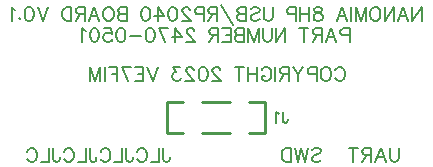
<source format=gbo>
G04 Layer: BottomSilkscreenLayer*
G04 EasyEDA v6.5.29, 2023-07-19 21:57:34*
G04 a2853ea9601d4119b13b16b9b4b396c2,5a6b42c53f6a479593ecc07194224c93,10*
G04 Gerber Generator version 0.2*
G04 Scale: 100 percent, Rotated: No, Reflected: No *
G04 Dimensions in millimeters *
G04 leading zeros omitted , absolute positions ,4 integer and 5 decimal *
%FSLAX45Y45*%
%MOMM*%

%ADD10C,0.2032*%
%ADD11C,0.1524*%
%ADD12C,0.2540*%

%LPD*%
D10*
X3042381Y1744817D02*
G01*
X3047837Y1755726D01*
X3058746Y1766636D01*
X3069653Y1772089D01*
X3091472Y1772089D01*
X3102381Y1766636D01*
X3113290Y1755726D01*
X3118746Y1744817D01*
X3124200Y1728454D01*
X3124200Y1701182D01*
X3118746Y1684817D01*
X3113290Y1673908D01*
X3102381Y1662998D01*
X3091472Y1657545D01*
X3069653Y1657545D01*
X3058746Y1662998D01*
X3047837Y1673908D01*
X3042381Y1684817D01*
X2973654Y1772089D02*
G01*
X2984563Y1766636D01*
X2995472Y1755726D01*
X3000928Y1744817D01*
X3006382Y1728454D01*
X3006382Y1701182D01*
X3000928Y1684817D01*
X2995472Y1673908D01*
X2984563Y1662998D01*
X2973654Y1657545D01*
X2951835Y1657545D01*
X2940928Y1662998D01*
X2930019Y1673908D01*
X2924563Y1684817D01*
X2919110Y1701182D01*
X2919110Y1728454D01*
X2924563Y1744817D01*
X2930019Y1755726D01*
X2940928Y1766636D01*
X2951835Y1772089D01*
X2973654Y1772089D01*
X2883110Y1772089D02*
G01*
X2883110Y1657545D01*
X2883110Y1772089D02*
G01*
X2834017Y1772089D01*
X2817655Y1766636D01*
X2812201Y1761182D01*
X2806745Y1750273D01*
X2806745Y1733908D01*
X2812201Y1722998D01*
X2817655Y1717545D01*
X2834017Y1712089D01*
X2883110Y1712089D01*
X2770746Y1772089D02*
G01*
X2727109Y1717545D01*
X2727109Y1657545D01*
X2683474Y1772089D02*
G01*
X2727109Y1717545D01*
X2647472Y1772089D02*
G01*
X2647472Y1657545D01*
X2647472Y1772089D02*
G01*
X2598381Y1772089D01*
X2582019Y1766636D01*
X2576565Y1761182D01*
X2571109Y1750273D01*
X2571109Y1739364D01*
X2576565Y1728454D01*
X2582019Y1722998D01*
X2598381Y1717545D01*
X2647472Y1717545D01*
X2609291Y1717545D02*
G01*
X2571109Y1657545D01*
X2535110Y1772089D02*
G01*
X2535110Y1657545D01*
X2417292Y1744817D02*
G01*
X2422745Y1755726D01*
X2433655Y1766636D01*
X2444564Y1772089D01*
X2466383Y1772089D01*
X2477292Y1766636D01*
X2488201Y1755726D01*
X2493655Y1744817D01*
X2499111Y1728454D01*
X2499111Y1701182D01*
X2493655Y1684817D01*
X2488201Y1673908D01*
X2477292Y1662998D01*
X2466383Y1657545D01*
X2444564Y1657545D01*
X2433655Y1662998D01*
X2422745Y1673908D01*
X2417292Y1684817D01*
X2417292Y1701182D01*
X2444564Y1701182D02*
G01*
X2417292Y1701182D01*
X2381293Y1772089D02*
G01*
X2381293Y1657545D01*
X2304928Y1772089D02*
G01*
X2304928Y1657545D01*
X2381293Y1717545D02*
G01*
X2304928Y1717545D01*
X2230747Y1772089D02*
G01*
X2230747Y1657545D01*
X2268928Y1772089D02*
G01*
X2192566Y1772089D01*
X2067110Y1744817D02*
G01*
X2067110Y1750273D01*
X2061657Y1761182D01*
X2056201Y1766636D01*
X2045291Y1772089D01*
X2023475Y1772089D01*
X2012566Y1766636D01*
X2007110Y1761182D01*
X2001657Y1750273D01*
X2001657Y1739364D01*
X2007110Y1728454D01*
X2018019Y1712089D01*
X2072566Y1657545D01*
X1996201Y1657545D01*
X1927473Y1772089D02*
G01*
X1943839Y1766636D01*
X1954748Y1750273D01*
X1960201Y1722998D01*
X1960201Y1706636D01*
X1954748Y1679364D01*
X1943839Y1662998D01*
X1927473Y1657545D01*
X1916567Y1657545D01*
X1900201Y1662998D01*
X1889292Y1679364D01*
X1883839Y1706636D01*
X1883839Y1722998D01*
X1889292Y1750273D01*
X1900201Y1766636D01*
X1916567Y1772089D01*
X1927473Y1772089D01*
X1842383Y1744817D02*
G01*
X1842383Y1750273D01*
X1836930Y1761182D01*
X1831474Y1766636D01*
X1820565Y1772089D01*
X1798749Y1772089D01*
X1787839Y1766636D01*
X1782384Y1761182D01*
X1776930Y1750273D01*
X1776930Y1739364D01*
X1782384Y1728454D01*
X1793293Y1712089D01*
X1847839Y1657545D01*
X1771474Y1657545D01*
X1724566Y1772089D02*
G01*
X1664566Y1772089D01*
X1697294Y1728454D01*
X1680931Y1728454D01*
X1670022Y1722998D01*
X1664566Y1717545D01*
X1659112Y1701182D01*
X1659112Y1690273D01*
X1664566Y1673908D01*
X1675475Y1662998D01*
X1691838Y1657545D01*
X1708203Y1657545D01*
X1724566Y1662998D01*
X1730021Y1668454D01*
X1735475Y1679364D01*
X1539113Y1772089D02*
G01*
X1495475Y1657545D01*
X1451838Y1772089D02*
G01*
X1495475Y1657545D01*
X1415839Y1772089D02*
G01*
X1415839Y1657545D01*
X1415839Y1772089D02*
G01*
X1344929Y1772089D01*
X1415839Y1717545D02*
G01*
X1372204Y1717545D01*
X1415839Y1657545D02*
G01*
X1344929Y1657545D01*
X1232568Y1772089D02*
G01*
X1287111Y1657545D01*
X1308930Y1772089D02*
G01*
X1232568Y1772089D01*
X1196568Y1772089D02*
G01*
X1196568Y1657545D01*
X1196568Y1772089D02*
G01*
X1125659Y1772089D01*
X1196568Y1717545D02*
G01*
X1152931Y1717545D01*
X1089657Y1772089D02*
G01*
X1089657Y1657545D01*
X1053658Y1772089D02*
G01*
X1053658Y1657545D01*
X1053658Y1772089D02*
G01*
X1010023Y1657545D01*
X966386Y1772089D02*
G01*
X1010023Y1657545D01*
X966386Y1772089D02*
G01*
X966386Y1657545D01*
X1583690Y1086357D02*
G01*
X1583690Y998981D01*
X1589277Y982726D01*
X1594611Y977137D01*
X1605534Y971804D01*
X1616456Y971804D01*
X1627377Y977137D01*
X1632965Y982726D01*
X1638300Y998981D01*
X1638300Y1009904D01*
X1547875Y1086357D02*
G01*
X1547875Y971804D01*
X1547875Y971804D02*
G01*
X1482343Y971804D01*
X1364488Y1058926D02*
G01*
X1369822Y1069847D01*
X1380743Y1080770D01*
X1391665Y1086357D01*
X1413509Y1086357D01*
X1424431Y1080770D01*
X1435354Y1069847D01*
X1440941Y1058926D01*
X1446275Y1042670D01*
X1446275Y1015492D01*
X1440941Y998981D01*
X1435354Y988060D01*
X1424431Y977137D01*
X1413509Y971804D01*
X1391665Y971804D01*
X1380743Y977137D01*
X1369822Y988060D01*
X1364488Y998981D01*
X1274063Y1086357D02*
G01*
X1274063Y998981D01*
X1279397Y982726D01*
X1284731Y977137D01*
X1295654Y971804D01*
X1306575Y971804D01*
X1317497Y977137D01*
X1323086Y982726D01*
X1328420Y998981D01*
X1328420Y1009904D01*
X1237995Y1086357D02*
G01*
X1237995Y971804D01*
X1237995Y971804D02*
G01*
X1172463Y971804D01*
X1054608Y1058926D02*
G01*
X1060195Y1069847D01*
X1071118Y1080770D01*
X1082040Y1086357D01*
X1103629Y1086357D01*
X1114552Y1080770D01*
X1125474Y1069847D01*
X1131061Y1058926D01*
X1136395Y1042670D01*
X1136395Y1015492D01*
X1131061Y998981D01*
X1125474Y988060D01*
X1114552Y977137D01*
X1103629Y971804D01*
X1082040Y971804D01*
X1071118Y977137D01*
X1060195Y988060D01*
X1054608Y998981D01*
X964184Y1086357D02*
G01*
X964184Y998981D01*
X969518Y982726D01*
X975106Y977137D01*
X986027Y971804D01*
X996950Y971804D01*
X1007872Y977137D01*
X1013206Y982726D01*
X1018540Y998981D01*
X1018540Y1009904D01*
X928115Y1086357D02*
G01*
X928115Y971804D01*
X928115Y971804D02*
G01*
X862584Y971804D01*
X744727Y1058926D02*
G01*
X750315Y1069847D01*
X761238Y1080770D01*
X772159Y1086357D01*
X794004Y1086357D01*
X804925Y1080770D01*
X815847Y1069847D01*
X821181Y1058926D01*
X826770Y1042670D01*
X826770Y1015492D01*
X821181Y998981D01*
X815847Y988060D01*
X804925Y977137D01*
X794004Y971804D01*
X772159Y971804D01*
X761238Y977137D01*
X750315Y988060D01*
X744727Y998981D01*
X654304Y1086357D02*
G01*
X654304Y998981D01*
X659637Y982726D01*
X665225Y977137D01*
X676147Y971804D01*
X687070Y971804D01*
X697991Y977137D01*
X703325Y982726D01*
X708913Y998981D01*
X708913Y1009904D01*
X618236Y1086357D02*
G01*
X618236Y971804D01*
X618236Y971804D02*
G01*
X552957Y971804D01*
X435102Y1058926D02*
G01*
X440436Y1069847D01*
X451357Y1080770D01*
X462279Y1086357D01*
X484123Y1086357D01*
X495045Y1080770D01*
X505968Y1069847D01*
X511302Y1058926D01*
X516889Y1042670D01*
X516889Y1015492D01*
X511302Y998981D01*
X505968Y988060D01*
X495045Y977137D01*
X484123Y971804D01*
X462279Y971804D01*
X451357Y977137D01*
X440436Y988060D01*
X435102Y998981D01*
X3771900Y2280089D02*
G01*
X3771900Y2165545D01*
X3771900Y2280089D02*
G01*
X3695537Y2165545D01*
X3695537Y2280089D02*
G01*
X3695537Y2165545D01*
X3615900Y2280089D02*
G01*
X3659535Y2165545D01*
X3615900Y2280089D02*
G01*
X3572263Y2165545D01*
X3643172Y2203726D02*
G01*
X3588628Y2203726D01*
X3536264Y2280089D02*
G01*
X3536264Y2165545D01*
X3536264Y2280089D02*
G01*
X3459901Y2165545D01*
X3459901Y2280089D02*
G01*
X3459901Y2165545D01*
X3391174Y2280089D02*
G01*
X3402083Y2274636D01*
X3412990Y2263726D01*
X3418446Y2252817D01*
X3423899Y2236454D01*
X3423899Y2209182D01*
X3418446Y2192817D01*
X3412990Y2181908D01*
X3402083Y2170998D01*
X3391174Y2165545D01*
X3369355Y2165545D01*
X3358446Y2170998D01*
X3347537Y2181908D01*
X3342083Y2192817D01*
X3336627Y2209182D01*
X3336627Y2236454D01*
X3342083Y2252817D01*
X3347537Y2263726D01*
X3358446Y2274636D01*
X3369355Y2280089D01*
X3391174Y2280089D01*
X3300628Y2280089D02*
G01*
X3300628Y2165545D01*
X3300628Y2280089D02*
G01*
X3256991Y2165545D01*
X3213356Y2280089D02*
G01*
X3256991Y2165545D01*
X3213356Y2280089D02*
G01*
X3213356Y2165545D01*
X3177354Y2280089D02*
G01*
X3177354Y2165545D01*
X3097720Y2280089D02*
G01*
X3141355Y2165545D01*
X3097720Y2280089D02*
G01*
X3054083Y2165545D01*
X3124992Y2203726D02*
G01*
X3070445Y2203726D01*
X2906811Y2280089D02*
G01*
X2923174Y2274636D01*
X2928630Y2263726D01*
X2928630Y2252817D01*
X2923174Y2241908D01*
X2912264Y2236454D01*
X2890446Y2230998D01*
X2874083Y2225545D01*
X2863174Y2214636D01*
X2857720Y2203726D01*
X2857720Y2187364D01*
X2863174Y2176454D01*
X2868630Y2170998D01*
X2884992Y2165545D01*
X2906811Y2165545D01*
X2923174Y2170998D01*
X2928630Y2176454D01*
X2934083Y2187364D01*
X2934083Y2203726D01*
X2928630Y2214636D01*
X2917720Y2225545D01*
X2901355Y2230998D01*
X2879537Y2236454D01*
X2868630Y2241908D01*
X2863174Y2252817D01*
X2863174Y2263726D01*
X2868630Y2274636D01*
X2884992Y2280089D01*
X2906811Y2280089D01*
X2821719Y2280089D02*
G01*
X2821719Y2165545D01*
X2745356Y2280089D02*
G01*
X2745356Y2165545D01*
X2821719Y2225545D02*
G01*
X2745356Y2225545D01*
X2709357Y2280089D02*
G01*
X2709357Y2165545D01*
X2709357Y2280089D02*
G01*
X2660266Y2280089D01*
X2643901Y2274636D01*
X2638447Y2269182D01*
X2632991Y2258273D01*
X2632991Y2241908D01*
X2638447Y2230998D01*
X2643901Y2225545D01*
X2660266Y2220089D01*
X2709357Y2220089D01*
X2512992Y2280089D02*
G01*
X2512992Y2198273D01*
X2507538Y2181908D01*
X2496629Y2170998D01*
X2480266Y2165545D01*
X2469357Y2165545D01*
X2452992Y2170998D01*
X2442085Y2181908D01*
X2436629Y2198273D01*
X2436629Y2280089D01*
X2324267Y2263726D02*
G01*
X2335174Y2274636D01*
X2351539Y2280089D01*
X2373358Y2280089D01*
X2389720Y2274636D01*
X2400630Y2263726D01*
X2400630Y2252817D01*
X2395174Y2241908D01*
X2389720Y2236454D01*
X2378811Y2230998D01*
X2346083Y2220089D01*
X2335174Y2214636D01*
X2329721Y2209182D01*
X2324267Y2198273D01*
X2324267Y2181908D01*
X2335174Y2170998D01*
X2351539Y2165545D01*
X2373358Y2165545D01*
X2389720Y2170998D01*
X2400630Y2181908D01*
X2288265Y2280089D02*
G01*
X2288265Y2165545D01*
X2288265Y2280089D02*
G01*
X2239175Y2280089D01*
X2222812Y2274636D01*
X2217356Y2269182D01*
X2211903Y2258273D01*
X2211903Y2247364D01*
X2217356Y2236454D01*
X2222812Y2230998D01*
X2239175Y2225545D01*
X2288265Y2225545D02*
G01*
X2239175Y2225545D01*
X2222812Y2220089D01*
X2217356Y2214636D01*
X2211903Y2203726D01*
X2211903Y2187364D01*
X2217356Y2176454D01*
X2222812Y2170998D01*
X2239175Y2165545D01*
X2288265Y2165545D01*
X2077722Y2301908D02*
G01*
X2175903Y2127364D01*
X2041720Y2280089D02*
G01*
X2041720Y2165545D01*
X2041720Y2280089D02*
G01*
X1992629Y2280089D01*
X1976267Y2274636D01*
X1970813Y2269182D01*
X1965358Y2258273D01*
X1965358Y2247364D01*
X1970813Y2236454D01*
X1976267Y2230998D01*
X1992629Y2225545D01*
X2041720Y2225545D01*
X2003539Y2225545D02*
G01*
X1965358Y2165545D01*
X1929358Y2280089D02*
G01*
X1929358Y2165545D01*
X1929358Y2280089D02*
G01*
X1880268Y2280089D01*
X1863902Y2274636D01*
X1858449Y2269182D01*
X1852993Y2258273D01*
X1852993Y2241908D01*
X1858449Y2230998D01*
X1863902Y2225545D01*
X1880268Y2220089D01*
X1929358Y2220089D01*
X1811540Y2252817D02*
G01*
X1811540Y2258273D01*
X1806084Y2269182D01*
X1800631Y2274636D01*
X1789722Y2280089D01*
X1767903Y2280089D01*
X1756994Y2274636D01*
X1751540Y2269182D01*
X1746084Y2258273D01*
X1746084Y2247364D01*
X1751540Y2236454D01*
X1762450Y2220089D01*
X1816994Y2165545D01*
X1740631Y2165545D01*
X1671904Y2280089D02*
G01*
X1688266Y2274636D01*
X1699176Y2258273D01*
X1704632Y2230998D01*
X1704632Y2214636D01*
X1699176Y2187364D01*
X1688266Y2170998D01*
X1671904Y2165545D01*
X1660994Y2165545D01*
X1644632Y2170998D01*
X1633722Y2187364D01*
X1628266Y2214636D01*
X1628266Y2230998D01*
X1633722Y2258273D01*
X1644632Y2274636D01*
X1660994Y2280089D01*
X1671904Y2280089D01*
X1537723Y2280089D02*
G01*
X1592267Y2203726D01*
X1510449Y2203726D01*
X1537723Y2280089D02*
G01*
X1537723Y2165545D01*
X1441721Y2280089D02*
G01*
X1458086Y2274636D01*
X1468996Y2258273D01*
X1474449Y2230998D01*
X1474449Y2214636D01*
X1468996Y2187364D01*
X1458086Y2170998D01*
X1441721Y2165545D01*
X1430815Y2165545D01*
X1414449Y2170998D01*
X1403540Y2187364D01*
X1398087Y2214636D01*
X1398087Y2230998D01*
X1403540Y2258273D01*
X1414449Y2274636D01*
X1430815Y2280089D01*
X1441721Y2280089D01*
X1278087Y2280089D02*
G01*
X1278087Y2165545D01*
X1278087Y2280089D02*
G01*
X1228996Y2280089D01*
X1212631Y2274636D01*
X1207178Y2269182D01*
X1201722Y2258273D01*
X1201722Y2247364D01*
X1207178Y2236454D01*
X1212631Y2230998D01*
X1228996Y2225545D01*
X1278087Y2225545D02*
G01*
X1228996Y2225545D01*
X1212631Y2220089D01*
X1207178Y2214636D01*
X1201722Y2203726D01*
X1201722Y2187364D01*
X1207178Y2176454D01*
X1212631Y2170998D01*
X1228996Y2165545D01*
X1278087Y2165545D01*
X1132994Y2280089D02*
G01*
X1143904Y2274636D01*
X1154813Y2263726D01*
X1160269Y2252817D01*
X1165722Y2236454D01*
X1165722Y2209182D01*
X1160269Y2192817D01*
X1154813Y2181908D01*
X1143904Y2170998D01*
X1132994Y2165545D01*
X1111178Y2165545D01*
X1100269Y2170998D01*
X1089360Y2181908D01*
X1083904Y2192817D01*
X1078450Y2209182D01*
X1078450Y2236454D01*
X1083904Y2252817D01*
X1089360Y2263726D01*
X1100269Y2274636D01*
X1111178Y2280089D01*
X1132994Y2280089D01*
X998814Y2280089D02*
G01*
X1042451Y2165545D01*
X998814Y2280089D02*
G01*
X955177Y2165545D01*
X1026086Y2203726D02*
G01*
X971542Y2203726D01*
X919177Y2280089D02*
G01*
X919177Y2165545D01*
X919177Y2280089D02*
G01*
X870087Y2280089D01*
X853724Y2274636D01*
X848268Y2269182D01*
X842815Y2258273D01*
X842815Y2247364D01*
X848268Y2236454D01*
X853724Y2230998D01*
X870087Y2225545D01*
X919177Y2225545D01*
X880996Y2225545D02*
G01*
X842815Y2165545D01*
X806815Y2280089D02*
G01*
X806815Y2165545D01*
X806815Y2280089D02*
G01*
X768634Y2280089D01*
X752269Y2274636D01*
X741359Y2263726D01*
X735906Y2252817D01*
X730450Y2236454D01*
X730450Y2209182D01*
X735906Y2192817D01*
X741359Y2181908D01*
X752269Y2170998D01*
X768634Y2165545D01*
X806815Y2165545D01*
X610450Y2280089D02*
G01*
X566816Y2165545D01*
X523179Y2280089D02*
G01*
X566816Y2165545D01*
X454451Y2280089D02*
G01*
X470816Y2274636D01*
X481723Y2258273D01*
X487179Y2230998D01*
X487179Y2214636D01*
X481723Y2187364D01*
X470816Y2170998D01*
X454451Y2165545D01*
X443542Y2165545D01*
X427179Y2170998D01*
X416270Y2187364D01*
X410817Y2214636D01*
X410817Y2230998D01*
X416270Y2258273D01*
X427179Y2274636D01*
X443542Y2280089D01*
X454451Y2280089D01*
X369361Y2192817D02*
G01*
X374815Y2187364D01*
X369361Y2181908D01*
X363905Y2187364D01*
X369361Y2192817D01*
X327906Y2258273D02*
G01*
X316997Y2263726D01*
X300634Y2280089D01*
X300634Y2165545D01*
X3162300Y2102289D02*
G01*
X3162300Y1987745D01*
X3162300Y2102289D02*
G01*
X3113209Y2102289D01*
X3096846Y2096836D01*
X3091390Y2091382D01*
X3085937Y2080473D01*
X3085937Y2064108D01*
X3091390Y2053199D01*
X3096846Y2047745D01*
X3113209Y2042289D01*
X3162300Y2042289D01*
X3006300Y2102289D02*
G01*
X3049935Y1987745D01*
X3006300Y2102289D02*
G01*
X2962663Y1987745D01*
X3033572Y2025926D02*
G01*
X2979028Y2025926D01*
X2926664Y2102289D02*
G01*
X2926664Y1987745D01*
X2926664Y2102289D02*
G01*
X2877573Y2102289D01*
X2861210Y2096836D01*
X2855755Y2091382D01*
X2850300Y2080473D01*
X2850300Y2069564D01*
X2855755Y2058654D01*
X2861210Y2053199D01*
X2877573Y2047745D01*
X2926664Y2047745D01*
X2888482Y2047745D02*
G01*
X2850300Y1987745D01*
X2776118Y2102289D02*
G01*
X2776118Y1987745D01*
X2814300Y2102289D02*
G01*
X2737937Y2102289D01*
X2617937Y2102289D02*
G01*
X2617937Y1987745D01*
X2617937Y2102289D02*
G01*
X2541574Y1987745D01*
X2541574Y2102289D02*
G01*
X2541574Y1987745D01*
X2505572Y2102289D02*
G01*
X2505572Y2020473D01*
X2500119Y2004108D01*
X2489210Y1993199D01*
X2472847Y1987745D01*
X2461938Y1987745D01*
X2445572Y1993199D01*
X2434666Y2004108D01*
X2429210Y2020473D01*
X2429210Y2102289D01*
X2393210Y2102289D02*
G01*
X2393210Y1987745D01*
X2393210Y2102289D02*
G01*
X2349573Y1987745D01*
X2305938Y2102289D02*
G01*
X2349573Y1987745D01*
X2305938Y2102289D02*
G01*
X2305938Y1987745D01*
X2269937Y2102289D02*
G01*
X2269937Y1987745D01*
X2269937Y2102289D02*
G01*
X2220846Y2102289D01*
X2204483Y2096836D01*
X2199030Y2091382D01*
X2193574Y2080473D01*
X2193574Y2069564D01*
X2199030Y2058654D01*
X2204483Y2053199D01*
X2220846Y2047745D01*
X2269937Y2047745D02*
G01*
X2220846Y2047745D01*
X2204483Y2042289D01*
X2199030Y2036836D01*
X2193574Y2025926D01*
X2193574Y2009564D01*
X2199030Y1998654D01*
X2204483Y1993199D01*
X2220846Y1987745D01*
X2269937Y1987745D01*
X2157575Y2102289D02*
G01*
X2157575Y1987745D01*
X2157575Y2102289D02*
G01*
X2086665Y2102289D01*
X2157575Y2047745D02*
G01*
X2113937Y2047745D01*
X2157575Y1987745D02*
G01*
X2086665Y1987745D01*
X2050666Y2102289D02*
G01*
X2050666Y1987745D01*
X2050666Y2102289D02*
G01*
X2001575Y2102289D01*
X1985210Y2096836D01*
X1979757Y2091382D01*
X1974301Y2080473D01*
X1974301Y2069564D01*
X1979757Y2058654D01*
X1985210Y2053199D01*
X2001575Y2047745D01*
X2050666Y2047745D01*
X2012485Y2047745D02*
G01*
X1974301Y1987745D01*
X1848848Y2075017D02*
G01*
X1848848Y2080473D01*
X1843392Y2091382D01*
X1837938Y2096836D01*
X1827029Y2102289D01*
X1805211Y2102289D01*
X1794301Y2096836D01*
X1788848Y2091382D01*
X1783392Y2080473D01*
X1783392Y2069564D01*
X1788848Y2058654D01*
X1799757Y2042289D01*
X1854301Y1987745D01*
X1777939Y1987745D01*
X1687393Y2102289D02*
G01*
X1741939Y2025926D01*
X1660121Y2025926D01*
X1687393Y2102289D02*
G01*
X1687393Y1987745D01*
X1547756Y2102289D02*
G01*
X1602303Y1987745D01*
X1624121Y2102289D02*
G01*
X1547756Y2102289D01*
X1479031Y2102289D02*
G01*
X1495394Y2096836D01*
X1506303Y2080473D01*
X1511757Y2053199D01*
X1511757Y2036836D01*
X1506303Y2009564D01*
X1495394Y1993199D01*
X1479031Y1987745D01*
X1468122Y1987745D01*
X1451757Y1993199D01*
X1440848Y2009564D01*
X1435394Y2036836D01*
X1435394Y2053199D01*
X1440848Y2080473D01*
X1451757Y2096836D01*
X1468122Y2102289D01*
X1479031Y2102289D01*
X1399395Y2036836D02*
G01*
X1301214Y2036836D01*
X1232486Y2102289D02*
G01*
X1248849Y2096836D01*
X1259758Y2080473D01*
X1265212Y2053199D01*
X1265212Y2036836D01*
X1259758Y2009564D01*
X1248849Y1993199D01*
X1232486Y1987745D01*
X1221577Y1987745D01*
X1205212Y1993199D01*
X1194302Y2009564D01*
X1188849Y2036836D01*
X1188849Y2053199D01*
X1194302Y2080473D01*
X1205212Y2096836D01*
X1221577Y2102289D01*
X1232486Y2102289D01*
X1087394Y2102289D02*
G01*
X1141940Y2102289D01*
X1147394Y2053199D01*
X1141940Y2058654D01*
X1125575Y2064108D01*
X1109212Y2064108D01*
X1092850Y2058654D01*
X1081940Y2047745D01*
X1076485Y2031382D01*
X1076485Y2020473D01*
X1081940Y2004108D01*
X1092850Y1993199D01*
X1109212Y1987745D01*
X1125575Y1987745D01*
X1141940Y1993199D01*
X1147394Y1998654D01*
X1152850Y2009564D01*
X1007757Y2102289D02*
G01*
X1024122Y2096836D01*
X1035032Y2080473D01*
X1040485Y2053199D01*
X1040485Y2036836D01*
X1035032Y2009564D01*
X1024122Y1993199D01*
X1007757Y1987745D01*
X996850Y1987745D01*
X980485Y1993199D01*
X969576Y2009564D01*
X964123Y2036836D01*
X964123Y2053199D01*
X969576Y2080473D01*
X980485Y2096836D01*
X996850Y2102289D01*
X1007757Y2102289D01*
X928123Y2080473D02*
G01*
X917214Y2085926D01*
X900849Y2102289D01*
X900849Y1987745D01*
X2844637Y1069926D02*
G01*
X2855546Y1080836D01*
X2871909Y1086289D01*
X2893728Y1086289D01*
X2910090Y1080836D01*
X2921000Y1069926D01*
X2921000Y1059017D01*
X2915546Y1048108D01*
X2910090Y1042654D01*
X2899181Y1037198D01*
X2866453Y1026289D01*
X2855546Y1020836D01*
X2850090Y1015382D01*
X2844637Y1004473D01*
X2844637Y988108D01*
X2855546Y977198D01*
X2871909Y971745D01*
X2893728Y971745D01*
X2910090Y977198D01*
X2921000Y988108D01*
X2808635Y1086289D02*
G01*
X2781363Y971745D01*
X2754091Y1086289D02*
G01*
X2781363Y971745D01*
X2754091Y1086289D02*
G01*
X2726819Y971745D01*
X2699545Y1086289D02*
G01*
X2726819Y971745D01*
X2663545Y1086289D02*
G01*
X2663545Y971745D01*
X2663545Y1086289D02*
G01*
X2625364Y1086289D01*
X2609001Y1080836D01*
X2598092Y1069926D01*
X2592636Y1059017D01*
X2587183Y1042654D01*
X2587183Y1015382D01*
X2592636Y999017D01*
X2598092Y988108D01*
X2609001Y977198D01*
X2625364Y971745D01*
X2663545Y971745D01*
X3581400Y1086289D02*
G01*
X3581400Y1004473D01*
X3575946Y988108D01*
X3565037Y977198D01*
X3548672Y971745D01*
X3537762Y971745D01*
X3521400Y977198D01*
X3510490Y988108D01*
X3505037Y1004473D01*
X3505037Y1086289D01*
X3425400Y1086289D02*
G01*
X3469035Y971745D01*
X3425400Y1086289D02*
G01*
X3381763Y971745D01*
X3452672Y1009926D02*
G01*
X3398128Y1009926D01*
X3345764Y1086289D02*
G01*
X3345764Y971745D01*
X3345764Y1086289D02*
G01*
X3296673Y1086289D01*
X3280310Y1080836D01*
X3274855Y1075382D01*
X3269401Y1064473D01*
X3269401Y1053564D01*
X3274855Y1042654D01*
X3280310Y1037198D01*
X3296673Y1031745D01*
X3345764Y1031745D01*
X3307582Y1031745D02*
G01*
X3269401Y971745D01*
X3195218Y1086289D02*
G01*
X3195218Y971745D01*
X3233399Y1086289D02*
G01*
X3157037Y1086289D01*
D11*
X2596134Y1396237D02*
G01*
X2596134Y1323594D01*
X2600706Y1309878D01*
X2605277Y1305305D01*
X2614422Y1300734D01*
X2623311Y1300734D01*
X2632456Y1305305D01*
X2637027Y1309878D01*
X2641600Y1323594D01*
X2641600Y1332737D01*
X2566161Y1378204D02*
G01*
X2557018Y1382776D01*
X2543302Y1396237D01*
X2543302Y1300734D01*
D12*
X2448984Y1218201D02*
G01*
X2448986Y1474198D01*
X1614990Y1474198D02*
G01*
X1614990Y1218199D01*
X1614990Y1218201D02*
G01*
X1748797Y1218201D01*
X1915177Y1218201D02*
G01*
X2148796Y1218201D01*
X2315176Y1218201D02*
G01*
X2448984Y1218201D01*
X1614990Y1474200D02*
G01*
X1748792Y1474200D01*
X1915182Y1474200D02*
G01*
X2148791Y1474200D01*
X2315182Y1474200D02*
G01*
X2448986Y1474200D01*
M02*

</source>
